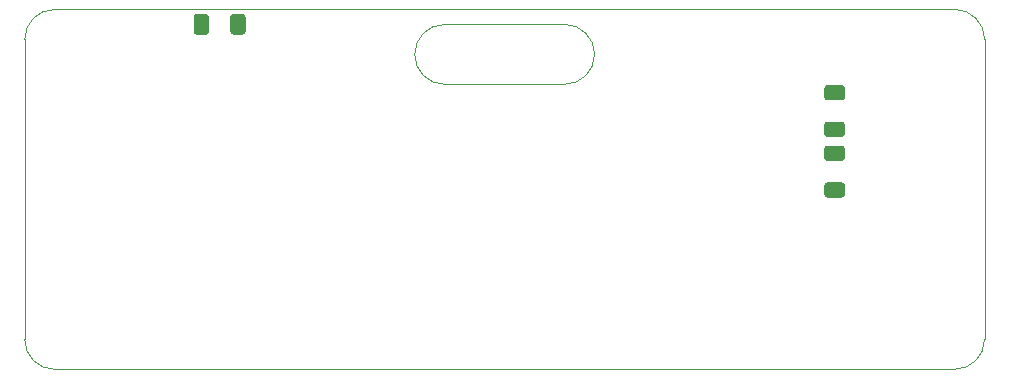
<source format=gbr>
From 54c117b6e8d65e9955a93de95a62e0f9ede7935c Mon Sep 17 00:00:00 2001
From: Blaise Thompson <blaise@untzag.com>
Date: Sun, 24 Jan 2021 22:27:03 -0600
Subject: digital driver prototype

---
 digital-driver/gerber/driver-B_Paste.gbr | 221 +++++++++++++++++++++++++++++++
 1 file changed, 221 insertions(+)
 create mode 100644 digital-driver/gerber/driver-B_Paste.gbr

(limited to 'digital-driver/gerber/driver-B_Paste.gbr')

diff --git a/digital-driver/gerber/driver-B_Paste.gbr b/digital-driver/gerber/driver-B_Paste.gbr
new file mode 100644
index 0000000..f19f497
--- /dev/null
+++ b/digital-driver/gerber/driver-B_Paste.gbr
@@ -0,0 +1,221 @@
+%TF.GenerationSoftware,KiCad,Pcbnew,5.1.9+dfsg1-1*%
+%TF.CreationDate,2021-01-24T22:19:11-06:00*%
+%TF.ProjectId,driver,64726976-6572-42e6-9b69-6361645f7063,1.0.0*%
+%TF.SameCoordinates,Original*%
+%TF.FileFunction,Paste,Bot*%
+%TF.FilePolarity,Positive*%
+%FSLAX46Y46*%
+G04 Gerber Fmt 4.6, Leading zero omitted, Abs format (unit mm)*
+G04 Created by KiCad (PCBNEW 5.1.9+dfsg1-1) date 2021-01-24 22:19:11*
+%MOMM*%
+%LPD*%
+G01*
+G04 APERTURE LIST*
+%TA.AperFunction,Profile*%
+%ADD10C,0.100000*%
+%TD*%
+G04 APERTURE END LIST*
+D10*
+X121920000Y-85090000D02*
+G75*
+G02*
+X119380000Y-82550000I0J2540000D01*
+G01*
+X165100000Y-78740000D02*
+X88900000Y-78740000D01*
+X119380000Y-82550000D02*
+G75*
+G02*
+X121920000Y-80010000I2540000J0D01*
+G01*
+X132080000Y-80010000D02*
+G75*
+G02*
+X134620000Y-82550000I0J-2540000D01*
+G01*
+X134620000Y-82550000D02*
+G75*
+G02*
+X132080000Y-85090000I-2540000J0D01*
+G01*
+X132080000Y-80010000D02*
+X121920000Y-80010000D01*
+X132080000Y-85090000D02*
+X121920000Y-85090000D01*
+X165100000Y-109220000D02*
+X88900000Y-109220000D01*
+X86360000Y-81280000D02*
+X86360000Y-106680000D01*
+X167640000Y-106680000D02*
+X167640000Y-81280000D01*
+X86360000Y-81280000D02*
+G75*
+G02*
+X88900000Y-78740000I2540000J0D01*
+G01*
+X88900000Y-109220000D02*
+G75*
+G02*
+X86360000Y-106680000I0J2540000D01*
+G01*
+X167640000Y-106680000D02*
+G75*
+G02*
+X165100000Y-109220000I-2540000J0D01*
+G01*
+X165100000Y-78740000D02*
+G75*
+G02*
+X167640000Y-81280000I0J-2540000D01*
+G01*
+%TO.C,R4*%
+G36*
+G01*
+X155565000Y-91582000D02*
+X154315000Y-91582000D01*
+G75*
+G02*
+X154065000Y-91332000I0J250000D01*
+G01*
+X154065000Y-90532000D01*
+G75*
+G02*
+X154315000Y-90282000I250000J0D01*
+G01*
+X155565000Y-90282000D01*
+G75*
+G02*
+X155815000Y-90532000I0J-250000D01*
+G01*
+X155815000Y-91332000D01*
+G75*
+G02*
+X155565000Y-91582000I-250000J0D01*
+G01*
+G37*
+G36*
+G01*
+X155565000Y-94682000D02*
+X154315000Y-94682000D01*
+G75*
+G02*
+X154065000Y-94432000I0J250000D01*
+G01*
+X154065000Y-93632000D01*
+G75*
+G02*
+X154315000Y-93382000I250000J0D01*
+G01*
+X155565000Y-93382000D01*
+G75*
+G02*
+X155815000Y-93632000I0J-250000D01*
+G01*
+X155815000Y-94432000D01*
+G75*
+G02*
+X155565000Y-94682000I-250000J0D01*
+G01*
+G37*
+%TD*%
+%TO.C,R3*%
+G36*
+G01*
+X101970000Y-79385000D02*
+X101970000Y-80635000D01*
+G75*
+G02*
+X101720000Y-80885000I-250000J0D01*
+G01*
+X100920000Y-80885000D01*
+G75*
+G02*
+X100670000Y-80635000I0J250000D01*
+G01*
+X100670000Y-79385000D01*
+G75*
+G02*
+X100920000Y-79135000I250000J0D01*
+G01*
+X101720000Y-79135000D01*
+G75*
+G02*
+X101970000Y-79385000I0J-250000D01*
+G01*
+G37*
+G36*
+G01*
+X105070000Y-79385000D02*
+X105070000Y-80635000D01*
+G75*
+G02*
+X104820000Y-80885000I-250000J0D01*
+G01*
+X104020000Y-80885000D01*
+G75*
+G02*
+X103770000Y-80635000I0J250000D01*
+G01*
+X103770000Y-79385000D01*
+G75*
+G02*
+X104020000Y-79135000I250000J0D01*
+G01*
+X104820000Y-79135000D01*
+G75*
+G02*
+X105070000Y-79385000I0J-250000D01*
+G01*
+G37*
+%TD*%
+%TO.C,R1*%
+G36*
+G01*
+X155565000Y-86450000D02*
+X154315000Y-86450000D01*
+G75*
+G02*
+X154065000Y-86200000I0J250000D01*
+G01*
+X154065000Y-85400000D01*
+G75*
+G02*
+X154315000Y-85150000I250000J0D01*
+G01*
+X155565000Y-85150000D01*
+G75*
+G02*
+X155815000Y-85400000I0J-250000D01*
+G01*
+X155815000Y-86200000D01*
+G75*
+G02*
+X155565000Y-86450000I-250000J0D01*
+G01*
+G37*
+G36*
+G01*
+X155565000Y-89550000D02*
+X154315000Y-89550000D01*
+G75*
+G02*
+X154065000Y-89300000I0J250000D01*
+G01*
+X154065000Y-88500000D01*
+G75*
+G02*
+X154315000Y-88250000I250000J0D01*
+G01*
+X155565000Y-88250000D01*
+G75*
+G02*
+X155815000Y-88500000I0J-250000D01*
+G01*
+X155815000Y-89300000D01*
+G75*
+G02*
+X155565000Y-89550000I-250000J0D01*
+G01*
+G37*
+%TD*%
+M02*
-- 
cgit v1.2.3


</source>
